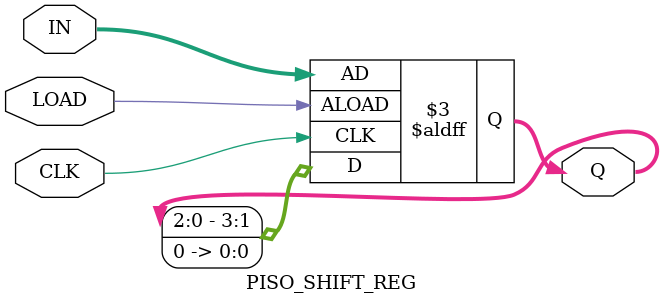
<source format=v>
/* Parellel input serial output shift register */
module	PISO_SHIFT_REG (LOAD, IN, CLK, Q);
input	LOAD, CLK;
input	[3:0]	IN;
output	[3:0]	Q;
reg 	[3:0]	Q;

	always	@	(posedge CLK or posedge LOAD)
	if (LOAD)	Q <= IN;
	else		Q <= Q << 1;

endmodule	
	
</source>
